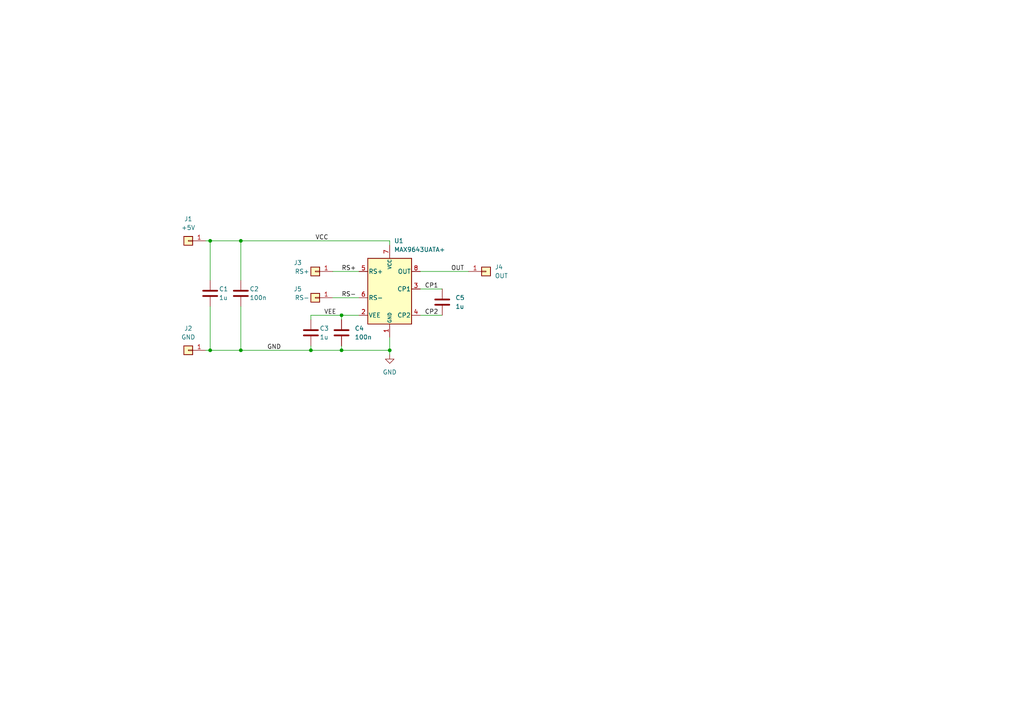
<source format=kicad_sch>
(kicad_sch (version 20231120) (generator "eeschema") (generator_version "8.0")
  (paper "A4")
  (lib_symbols
    (symbol "Connector_Generic:Conn_01x01" (pin_names (offset 1.016) hide)
      (property "Reference" "J" (at 0 2.54 0))
      (property "Value" "Conn_01x01" (at 0 -2.54 0))
      (symbol "Conn_01x01_1_1"
        (rectangle (start -1.27 0.127) (end 0 -0.127) (stroke (width 0.1524)))
        (rectangle (start -1.27 1.27) (end 1.27 -1.27) (stroke (width 0.254)) (fill (type background)))
        (pin passive line (at -5.08 0 0) (length 3.81) (name "Pin_1") (number "1"))
      )
    )
    (symbol "DW_Library:MAX9643" (pin_names (offset 0.2))
      (property "Reference" "U" (at 1.778 15.494 0))
      (property "Value" "MAX9643UATA+" (at 1.778 12.7 0))
      (symbol "MAX9643_0_1"
        (polyline (pts (xy -6.35 10.16) (xy -6.35 -8.89) (xy 6.35 -8.89) (xy 6.35 10.16) (xy -6.35 10.16)) (stroke (width 0.254)) (fill (type background)))
      )
      (symbol "MAX9643_1_1"
        (pin power_in line (at 0 -12.7 90) (length 3.81) (name "GND") (number "1"))
        (pin passive line (at -8.89 -6.35 0) (length 2.54) (name "VEE") (number "2"))
        (pin passive line (at 8.89 1.27 180) (length 2.54) (name "CP1") (number "3"))
        (pin passive line (at 8.89 -6.35 180) (length 2.54) (name "CP2") (number "4"))
        (pin input line (at -8.89 6.35 0) (length 2.54) (name "RS+") (number "5"))
        (pin input line (at -8.89 -1.27 0) (length 2.54) (name "RS-") (number "6"))
        (pin power_in line (at 0 13.97 270) (length 3.81) (name "VCC") (number "7"))
        (pin output line (at 8.89 6.35 180) (length 2.54) (name "OUT") (number "8"))
        (pin passive line (at 8.89 -12.7 180) (length 2.54) hide (name "PAD") (number "9"))
      )
    )
    (symbol "Device:C" (pin_numbers hide) (pin_names (offset 0.254))
      (property "Reference" "C" (at 0.635 2.54 0))
      (property "Value" "C" (at 0.635 -2.54 0))
      (symbol "C_0_1"
        (polyline (pts (xy -2.032 -0.762) (xy 2.032 -0.762)) (stroke (width 0.508)))
        (polyline (pts (xy -2.032 0.762) (xy 2.032 0.762)) (stroke (width 0.508)))
      )
      (symbol "C_1_1"
        (pin passive line (at 0 3.81 270) (length 2.794) (name "~") (number "1"))
        (pin passive line (at 0 -3.81 90) (length 2.794) (name "~") (number "2"))
      )
    )
    (symbol "power:GND" (power) (pin_numbers hide) (pin_names (offset 0) hide)
      (property "Value" "GND" (at 0 -3.81 0))
      (symbol "GND_0_1"
        (polyline (pts (xy 0 0) (xy 0 -1.27) (xy 1.27 -1.27) (xy 0 -2.54) (xy -1.27 -1.27) (xy 0 -1.27)))
      )
      (symbol "GND_1_1"
        (pin power_in line (at 0 0 270) (length 0) (name "~") (number "1"))
      )
    )
  )
  (junction (at 60.96 101.6))
  (junction (at 60.96 69.85))
  (junction (at 113.03 101.6))
  (junction (at 90.17 101.6))
  (junction (at 69.85 69.85))
  (junction (at 99.06 91.44))
  (junction (at 99.06 101.6))
  (junction (at 69.85 101.6))
  (wire (pts (xy 113.03 97.79) (xy 113.03 101.6)))
  (wire (pts (xy 121.92 91.44) (xy 128.27 91.44)))
  (wire (pts (xy 90.17 92.71) (xy 90.17 91.44)))
  (wire (pts (xy 60.96 88.9) (xy 60.96 101.6)))
  (wire (pts (xy 113.03 71.12) (xy 113.03 69.85)))
  (wire (pts (xy 121.92 78.74) (xy 135.89 78.74)))
  (wire (pts (xy 59.69 101.6) (xy 60.96 101.6)))
  (wire (pts (xy 59.69 69.85) (xy 60.96 69.85)))
  (wire (pts (xy 96.52 86.36) (xy 104.14 86.36)))
  (wire (pts (xy 96.52 78.74) (xy 104.14 78.74)))
  (wire (pts (xy 113.03 101.6) (xy 113.03 102.87)))
  (wire (pts (xy 99.06 92.71) (xy 99.06 91.44)))
  (wire (pts (xy 69.85 69.85) (xy 69.85 81.28)))
  (wire (pts (xy 90.17 100.33) (xy 90.17 101.6)))
  (wire (pts (xy 90.17 91.44) (xy 99.06 91.44)))
  (wire (pts (xy 69.85 101.6) (xy 90.17 101.6)))
  (wire (pts (xy 99.06 91.44) (xy 104.14 91.44)))
  (wire (pts (xy 69.85 69.85) (xy 60.96 69.85)))
  (wire (pts (xy 121.92 83.82) (xy 128.27 83.82)))
  (wire (pts (xy 113.03 69.85) (xy 69.85 69.85)))
  (wire (pts (xy 69.85 88.9) (xy 69.85 101.6)))
  (wire (pts (xy 60.96 101.6) (xy 69.85 101.6)))
  (wire (pts (xy 90.17 101.6) (xy 99.06 101.6)))
  (wire (pts (xy 99.06 101.6) (xy 113.03 101.6)))
  (wire (pts (xy 99.06 100.33) (xy 99.06 101.6)))
  (wire (pts (xy 60.96 69.85) (xy 60.96 81.28)))
  (label "VEE" (at 93.98 91.44 0))
  (label "RS+" (at 99.06 78.74 0))
  (label "OUT" (at 130.81 78.74 0))
  (label "RS-" (at 99.06 86.36 0))
  (label "CP2" (at 123.19 91.44 0))
  (label "GND" (at 77.47 101.6 0))
  (label "CP1" (at 123.19 83.82 0))
  (label "VCC" (at 91.44 69.85 0))
  (symbol (lib_id "DW_Library:MAX9643") (at 113.03 85.09 0) (unit 1)
    (property "Reference" "U1" (at 114.3 69.85 0) (effects (justify left)))
    (property "Value" "MAX9643UATA+" (at 114.3 72.39 0) (effects (justify left)))
    (property "Footprint" "DW_Library:MAX9643" (effects (hide yes)))
    (property "Description" "MAX9643 high bandwidth current sense amplifier" (effects (hide yes)))
  )
  (symbol (lib_id "Connector_Generic:Conn_01x01") (at 91.44 86.36 180) (unit 1)
    (property "Reference" "J5" (at 86.36 83.82 0))
    (property "Value" "RS-" (at 87.63 86.36 0))
    (property "Footprint" "TestPoint:TestPoint_Pad_4.0x4.0mm" (effects (hide yes)))
    (property "Description" "Generic connector, single row, 01x01, script generated (kicad-library-utils/schlib/autogen/connector/)" (effects (hide yes)))
  )
  (symbol (lib_id "Device:C") (at 128.27 87.63 0) (unit 1)
    (property "Reference" "C5" (at 132.08 86.3599 0) (effects (justify left)))
    (property "Value" "1u" (at 132.08 88.8999 0) (effects (justify left)))
    (property "Footprint" "Capacitor_SMD:C_0402_1005Metric_Pad0.74x0.62mm_HandSolder" (effects (hide yes)))
    (property "Description" "Unpolarized capacitor" (effects (hide yes)))
  )
  (symbol (lib_id "Device:C") (at 99.06 96.52 0) (unit 1)
    (property "Reference" "C4" (at 102.87 95.2499 0) (effects (justify left)))
    (property "Value" "100n" (at 102.87 97.7899 0) (effects (justify left)))
    (property "Footprint" "Capacitor_SMD:C_0402_1005Metric_Pad0.74x0.62mm_HandSolder" (effects (hide yes)))
    (property "Description" "Unpolarized capacitor" (effects (hide yes)))
  )
  (symbol (lib_id "Connector_Generic:Conn_01x01") (at 91.44 78.74 180) (unit 1)
    (property "Reference" "J3" (at 86.36 76.2 0))
    (property "Value" "RS+" (at 87.63 78.74 0))
    (property "Footprint" "TestPoint:TestPoint_Pad_4.0x4.0mm" (effects (hide yes)))
    (property "Description" "Generic connector, single row, 01x01, script generated (kicad-library-utils/schlib/autogen/connector/)" (effects (hide yes)))
  )
  (symbol (lib_id "Connector_Generic:Conn_01x01") (at 140.97 78.74 0) (unit 1)
    (property "Reference" "J4" (at 143.51 77.4699 0) (effects (justify left)))
    (property "Value" "OUT" (at 143.51 80.0099 0) (effects (justify left)))
    (property "Footprint" "TestPoint:TestPoint_Pad_4.0x4.0mm" (effects (hide yes)))
    (property "Description" "Generic connector, single row, 01x01, script generated (kicad-library-utils/schlib/autogen/connector/)" (effects (hide yes)))
  )
  (symbol (lib_id "Device:C") (at 60.96 85.09 0) (unit 1)
    (property "Reference" "C1" (at 63.5 83.82 0) (effects (justify left)))
    (property "Value" "1u" (at 63.5 86.36 0) (effects (justify left)))
    (property "Footprint" "Capacitor_SMD:C_0402_1005Metric_Pad0.74x0.62mm_HandSolder" (effects (hide yes)))
    (property "Description" "Unpolarized capacitor" (effects (hide yes)))
  )
  (symbol (lib_id "Connector_Generic:Conn_01x01") (at 54.61 101.6 180) (unit 1)
    (property "Reference" "J2" (at 54.61 95.25 0))
    (property "Value" "GND" (at 54.61 97.79 0))
    (property "Footprint" "TestPoint:TestPoint_Pad_4.0x4.0mm" (effects (hide yes)))
    (property "Description" "Generic connector, single row, 01x01, script generated (kicad-library-utils/schlib/autogen/connector/)" (effects (hide yes)))
  )
  (symbol (lib_id "Device:C") (at 90.17 96.52 0) (unit 1)
    (property "Reference" "C3" (at 92.71 95.25 0) (effects (justify left)))
    (property "Value" "1u" (at 92.71 97.79 0) (effects (justify left)))
    (property "Footprint" "Capacitor_SMD:C_0402_1005Metric_Pad0.74x0.62mm_HandSolder" (effects (hide yes)))
    (property "Description" "Unpolarized capacitor" (effects (hide yes)))
  )
  (symbol (lib_id "Connector_Generic:Conn_01x01") (at 54.61 69.85 180) (unit 1)
    (property "Reference" "J1" (at 54.61 63.5 0))
    (property "Value" "+5V" (at 54.61 66.04 0))
    (property "Footprint" "TestPoint:TestPoint_Pad_4.0x4.0mm" (effects (hide yes)))
    (property "Description" "Generic connector, single row, 01x01, script generated (kicad-library-utils/schlib/autogen/connector/)" (effects (hide yes)))
  )
  (symbol (lib_id "power:GND") (at 113.03 102.87 0) (unit 1)
    (property "Reference" "#PWR01" (effects (hide yes)))
    (property "Value" "GND" (at 113.03 107.95 0))
    (property "Description" "Power symbol creates a global label with name \"GND\" , ground" (effects (hide yes)))
  )
  (symbol (lib_id "Device:C") (at 69.85 85.09 0) (unit 1)
    (property "Reference" "C2" (at 72.39 83.82 0) (effects (justify left)))
    (property "Value" "100n" (at 72.39 86.36 0) (effects (justify left)))
    (property "Footprint" "Capacitor_SMD:C_0402_1005Metric_Pad0.74x0.62mm_HandSolder" (effects (hide yes)))
    (property "Description" "Unpolarized capacitor" (effects (hide yes)))
  )
)
</source>
